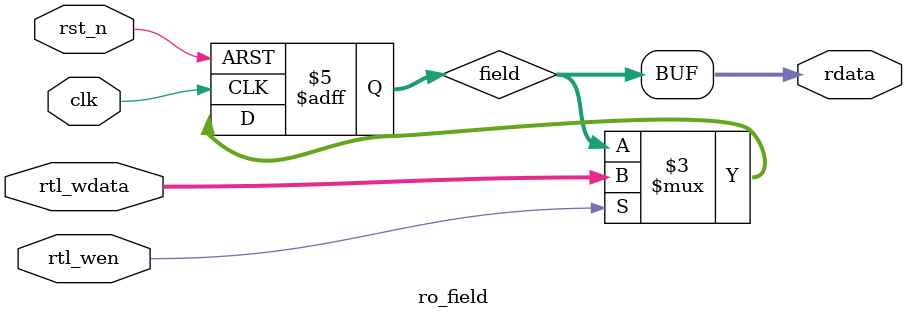
<source format=v>
module rw_field #(
    parameter WD   = 32,
    parameter RST  = {WD{1'b0}},
    parameter MODE = 0 //rtl first, cpu next
)(
    input  clk,
    input  rst_n,
 
    input  cpu_en,
    input  cpu_w_en,
    input  [WD -1:0]cpu_wdata,

    output [WD -1:0]rdata
);

wire cpu_wen = cpu_en && cpu_w_en;
wire [WD -1:0]wdata = cpu_wdata;

reg [WD -1:0]field;
always @(posedge clk or negedge rst_n)begin
    if(!rst_n)
        field <= RST;
    else if(cpu_wen)
        field <= wdata;
end
assign rdata = field;
 
endmodule

module rc_cnt_field #(
    parameter WD   = 32,
    parameter RST  = {WD{1'b0}},
    parameter MAX  = {WD{1'b1}},
    parameter MODE = 0//0 for hold, 1 for to-zero
)(
    input  clk,
    input  rst_n,
 
    input  cpu_en,
    input  cpu_r_en,
 
    input  rtl_wen,
 
    output [WD -1:0]rdata
);
 
wire cpu_ren = cpu_en && cpu_r_en;
 
reg [WD -1:0]field;
always @(posedge clk or negedge rst_n)begin
    if(!rst_n)
        field <= RST;
    else if(cpu_ren && rtl_wen)
        field <= {{(WD-1){1'b0}}, 1'b1};
    else if(rtl_wen && field == MAX)
        field <= RST;
    else if(rtl_wen)
        field <= field + 1'b1;
    else if(cpu_ren)
        field <= RST;
end
assign rdata = field;
endmodule

module ro_field #(
    parameter WD   = 32,
    parameter RST  = {WD{1'b0}},
    parameter MODE = 0 //rtl first, cpu next
)(
    input  clk,
    input  rst_n,
 
    input  rtl_wen,
    input  [WD -1:0]rtl_wdata,
 
    output [WD -1:0]rdata
);
 
reg [WD -1:0]field;
always @(posedge clk or negedge rst_n)begin
    if(!rst_n)
        field <= RST;
    else if(rtl_wen)
        field <= rtl_wdata;
end
 
assign rdata = field;
 
endmodule
</source>
